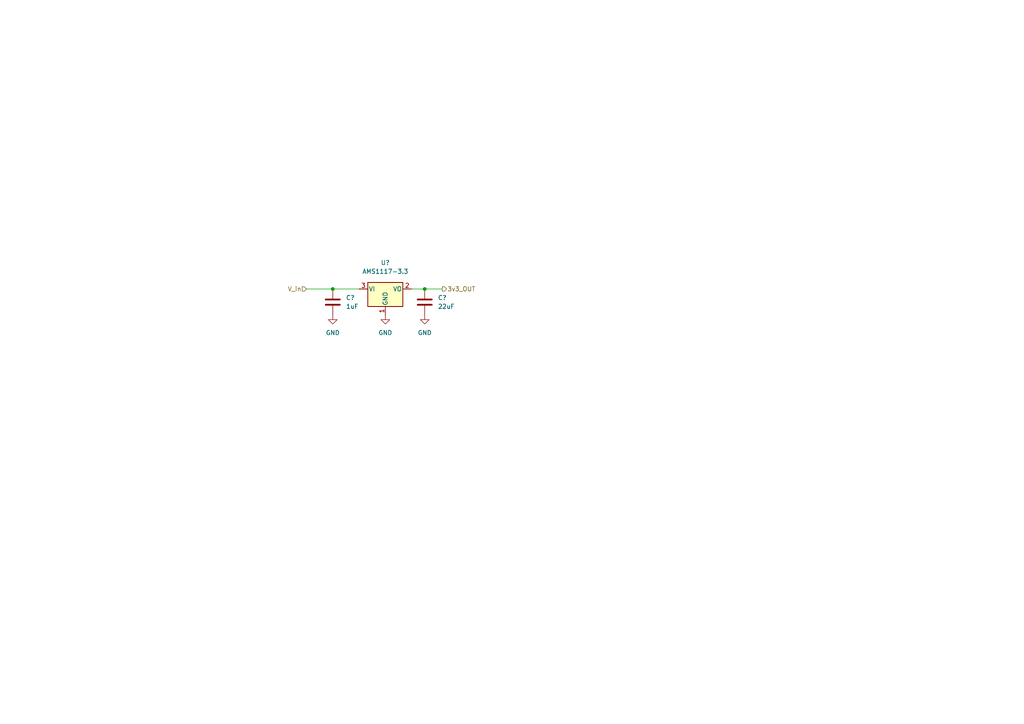
<source format=kicad_sch>
(kicad_sch (version 20211123) (generator eeschema)
  (paper "A4")
  (lib_symbols
    (symbol "Device:C" (pin_numbers hide) (pin_names (offset 0.254))
      (property "Reference" "C" (at 0.635 2.54 0))
      (property "Value" "C" (at 0.635 -2.54 0))
      (symbol "C_0_1"
        (polyline (pts (xy -2.032 -0.762) (xy 2.032 -0.762)) (stroke (width 0.508)))
        (polyline (pts (xy -2.032 0.762) (xy 2.032 0.762)) (stroke (width 0.508)))
      )
      (symbol "C_1_1"
        (pin passive line (at 0 3.81 270) (length 2.794) (name "~") (number "1"))
        (pin passive line (at 0 -3.81 90) (length 2.794) (name "~") (number "2"))
      )
    )
    (symbol "Regulator_Linear:AMS1117-3.3" (pin_names (offset 0.254))
      (property "Reference" "U" (at -3.81 3.175 0))
      (property "Value" "AMS1117-3.3" (at 0 3.175 0))
      (symbol "AMS1117-3.3_0_1"
        (rectangle (start -5.08 -5.08) (end 5.08 1.905) (stroke (width 0.254)) (fill (type background)))
      )
      (symbol "AMS1117-3.3_1_1"
        (pin power_in line (at 0 -7.62 90) (length 2.54) (name "GND") (number "1"))
        (pin power_out line (at 7.62 0 180) (length 2.54) (name "VO") (number "2"))
        (pin power_in line (at -7.62 0 0) (length 2.54) (name "VI") (number "3"))
      )
    )
    (symbol "power:GND" (power) (pin_names (offset 0))
      (property "Value" "GND" (at 0 -3.81 0))
      (symbol "GND_0_1"
        (polyline (pts (xy 0 0) (xy 0 -1.27) (xy 1.27 -1.27) (xy 0 -2.54) (xy -1.27 -1.27) (xy 0 -1.27)))
      )
      (symbol "GND_1_1"
        (pin power_in line (at 0 0 270) (length 0) hide (name "GND") (number "1"))
      )
    )
  )
  (junction (at 96.52 83.82))
  (junction (at 123.19 83.82))
  (wire (pts (xy 123.19 83.82) (xy 119.38 83.82)))
  (wire (pts (xy 88.9 83.82) (xy 96.52 83.82)))
  (wire (pts (xy 96.52 83.82) (xy 104.14 83.82)))
  (wire (pts (xy 128.27 83.82) (xy 123.19 83.82)))
  (hierarchical_label "V_in" (shape input) (at 88.9 83.82 180))
  (hierarchical_label "3v3_OUT" (shape output) (at 128.27 83.82 0))
  (symbol (lib_id "power:GND") (at 96.52 91.44 0) (unit 1)
    (property "Reference" "#PWR?" (effects hide))
    (property "Value" "GND" (at 96.52 96.52 0))
  )
  (symbol (lib_id "Device:C") (at 123.19 87.63 0) (unit 1)
    (property "Reference" "C?" (at 127 86.3599 0) (effects (justify left)))
    (property "Value" "22uF" (at 127 88.8999 0) (effects (justify left)))
    (property "Footprint" "Capacitor_SMD:C_0603_1608Metric_Pad1.08x0.95mm_HandSolder" (effects hide))
  )
  (symbol (lib_id "power:GND") (at 111.76 91.44 0) (unit 1)
    (property "Reference" "#PWR?" (effects hide))
    (property "Value" "GND" (at 111.76 96.52 0))
  )
  (symbol (lib_id "power:GND") (at 123.19 91.44 0) (unit 1)
    (property "Reference" "#PWR?" (effects hide))
    (property "Value" "GND" (at 123.19 96.52 0))
  )
  (symbol (lib_id "Device:C") (at 96.52 87.63 0) (unit 1)
    (property "Reference" "C?" (at 100.33 86.3599 0) (effects (justify left)))
    (property "Value" "1uF" (at 100.33 88.8999 0) (effects (justify left)))
    (property "Footprint" "Capacitor_SMD:C_0603_1608Metric_Pad1.08x0.95mm_HandSolder" (effects hide))
  )
  (symbol (lib_id "Regulator_Linear:AMS1117-3.3") (at 111.76 83.82 0) (unit 1)
    (property "Reference" "U?" (at 111.76 76.2 0))
    (property "Value" "AMS1117-3.3" (at 111.76 78.74 0))
    (property "Footprint" "Package_TO_SOT_SMD:SOT-223-3_TabPin2" (effects hide))
    (property "Datasheet" "http://www.advanced-monolithic.com/pdf/ds1117.pdf" (effects hide))
  )
)
</source>
